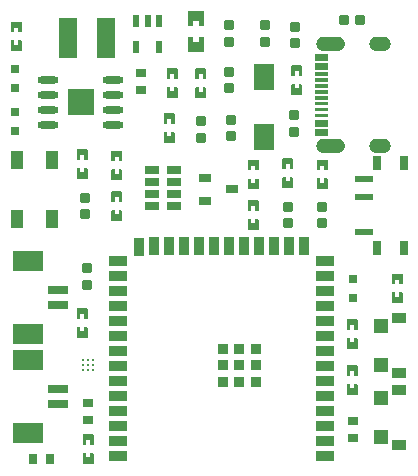
<source format=gtp>
G04 Layer: TopPasteMaskLayer*
G04 EasyEDA Pro v2.2.32.3, 2024-12-21 19:23:06*
G04 Gerber Generator version 0.3*
G04 Scale: 100 percent, Rotated: No, Reflected: No*
G04 Dimensions in millimeters*
G04 Leading zeros omitted, absolute positions, 3 integers and 5 decimals*
%FSLAX35Y35*%
%MOMM*%
%AMRoundRect*1,1,$1,$2,$3*1,1,$1,$4,$5*1,1,$1,0-$2,0-$3*1,1,$1,0-$4,0-$5*20,1,$1,$2,$3,$4,$5,0*20,1,$1,$4,$5,0-$2,0-$3,0*20,1,$1,0-$2,0-$3,0-$4,0-$5,0*20,1,$1,0-$4,0-$5,$2,$3,0*4,1,4,$2,$3,$4,$5,0-$2,0-$3,0-$4,0-$5,$2,$3,0*%
%ADD10RoundRect,0.24X-0.33X-0.28X-0.33X0.28*%
%ADD11R,0.8X0.8*%
%ADD12R,1.7X0.7*%
%ADD13R,2.49999X1.8*%
%ADD14O,1.8X0.6*%
%ADD15R,2.28999X2.28999*%
%ADD16R,0.9X0.8*%
%ADD17RoundRect,0.2463X0.33X0.28X0.33X-0.28*%
%ADD18RoundRect,0.24X0.33X0.28X0.33X-0.28*%
%ADD19RoundRect,0.24X0.28X-0.33X-0.28X-0.33*%
%ADD20R,1.6X3.49999*%
%ADD21R,0.6X1.0*%
%ADD22R,1.7X2.2*%
%ADD23R,1.0X0.8*%
%ADD24R,1.2X0.75001*%
%ADD25R,0.9X0.8*%
%ADD26R,0.8X0.9*%
%ADD27C,0.23*%
%ADD28R,1.0X1.5*%
%ADD29R,0.8X0.8*%
%ADD30R,0.7X1.2*%
%ADD31R,1.524X0.6*%
%ADD32R,1.2X0.9*%
%ADD33R,1.2X0.9*%
%ADD34R,1.3X1.2*%
%ADD35R,1.5X0.9*%
%ADD36R,0.9X1.5*%
%ADD37R,1.5X0.9*%
%ADD38R,0.9X0.9*%
G75*


G04 PolygonModel Start*
G36*
G01X4768301Y-4795398D02*
G01X4768301Y-4875398D01*
G01X4773303Y-4880399D01*
G01X4796099Y-4880399D01*
G01X4796099Y-4843399D01*
G01X4829099Y-4843399D01*
G01X4829099Y-4880399D01*
G01X4853302Y-4880399D01*
G01X4858301Y-4875398D01*
G01X4858301Y-4795398D01*
G01X4853302Y-4790399D01*
G01X4773303Y-4790399D01*
G01X4768301Y-4795398D01*
G37*
G36*
G01X4858299Y-5034402D02*
G01X4858299Y-4954402D01*
G01X4853297Y-4949401D01*
G01X4830501Y-4949401D01*
G01X4830501Y-4986401D01*
G01X4797501Y-4986401D01*
G01X4797501Y-4949401D01*
G01X4773298Y-4949401D01*
G01X4768299Y-4954402D01*
G01X4768299Y-5034402D01*
G01X4773298Y-5039401D01*
G01X4853297Y-5039401D01*
G01X4858299Y-5034402D01*
G37*
G36*
G01X4007399Y-3599302D02*
G01X4007399Y-3519302D01*
G01X4002397Y-3514301D01*
G01X3979601Y-3514301D01*
G01X3979601Y-3551301D01*
G01X3946601Y-3551301D01*
G01X3946601Y-3514301D01*
G01X3922398Y-3514301D01*
G01X3917399Y-3519302D01*
G01X3917399Y-3599302D01*
G01X3922398Y-3604301D01*
G01X4002397Y-3604301D01*
G01X4007399Y-3599302D01*
G37*
G36*
G01X3917401Y-3360298D02*
G01X3917401Y-3440298D01*
G01X3922403Y-3445299D01*
G01X3945199Y-3445299D01*
G01X3945199Y-3408299D01*
G01X3978199Y-3408299D01*
G01X3978199Y-3445299D01*
G01X4002402Y-3445299D01*
G01X4007401Y-3440298D01*
G01X4007401Y-3360298D01*
G01X4002402Y-3355299D01*
G01X3922403Y-3355299D01*
G01X3917401Y-3360298D01*
G37*
G36*
G01X4476201Y-4439798D02*
G01X4476201Y-4519798D01*
G01X4481203Y-4524799D01*
G01X4503999Y-4524799D01*
G01X4503999Y-4487799D01*
G01X4536999Y-4487799D01*
G01X4536999Y-4524799D01*
G01X4561202Y-4524799D01*
G01X4566201Y-4519798D01*
G01X4566201Y-4439798D01*
G01X4561202Y-4434799D01*
G01X4481203Y-4434799D01*
G01X4476201Y-4439798D01*
G37*
G36*
G01X4566199Y-4678802D02*
G01X4566199Y-4598802D01*
G01X4561197Y-4593801D01*
G01X4538401Y-4593801D01*
G01X4538401Y-4630801D01*
G01X4505401Y-4630801D01*
G01X4505401Y-4593801D01*
G01X4481198Y-4593801D01*
G01X4476199Y-4598802D01*
G01X4476199Y-4678802D01*
G01X4481198Y-4683801D01*
G01X4561197Y-4683801D01*
G01X4566199Y-4678802D01*
G37*
G36*
G01X5548396Y-3609203D02*
G01X5420398Y-3609203D01*
G01X5415397Y-3604202D01*
G01X5415397Y-3489201D01*
G01X5420398Y-3484202D01*
G01X5461401Y-3483699D01*
G01X5461401Y-3528700D01*
G01X5506400Y-3528700D01*
G01X5506400Y-3484700D01*
G01X5548396Y-3484202D01*
G01X5553398Y-3489201D01*
G01X5553398Y-3604202D01*
G01X5548396Y-3609203D01*
G37*
G36*
G01X5548396Y-3394202D02*
G01X5506400Y-3394199D01*
G01X5506400Y-3349701D01*
G01X5461401Y-3349701D01*
G01X5461401Y-3393699D01*
G01X5420398Y-3394202D01*
G01X5415397Y-3389201D01*
G01X5415397Y-3274202D01*
G01X5420398Y-3269201D01*
G01X5548396Y-3269201D01*
G01X5553398Y-3274202D01*
G01X5553398Y-3389201D01*
G01X5548396Y-3394202D01*
G37*
G36*
G01X5328199Y-3993002D02*
G01X5328199Y-3913002D01*
G01X5323197Y-3908001D01*
G01X5300401Y-3908001D01*
G01X5300401Y-3945001D01*
G01X5267401Y-3945001D01*
G01X5267401Y-3908001D01*
G01X5243198Y-3908001D01*
G01X5238199Y-3913002D01*
G01X5238199Y-3993002D01*
G01X5243198Y-3998001D01*
G01X5323197Y-3998001D01*
G01X5328199Y-3993002D01*
G37*
G36*
G01X5323197Y-3838001D02*
G01X5300401Y-3838001D01*
G01X5300401Y-3800003D01*
G01X5267401Y-3800003D01*
G01X5267401Y-3838001D01*
G01X5243198Y-3838001D01*
G01X5238199Y-3833002D01*
G01X5238199Y-3754003D01*
G01X5243198Y-3749002D01*
G01X5323197Y-3749002D01*
G01X5328199Y-3754003D01*
G01X5328199Y-3833002D01*
G01X5323197Y-3838001D01*
G37*
G36*
G01X6382299Y-3967602D02*
G01X6382299Y-3887602D01*
G01X6377297Y-3882601D01*
G01X6354501Y-3882601D01*
G01X6354501Y-3919601D01*
G01X6321501Y-3919601D01*
G01X6321501Y-3882601D01*
G01X6297298Y-3882601D01*
G01X6292299Y-3887602D01*
G01X6292299Y-3967602D01*
G01X6297298Y-3972601D01*
G01X6377297Y-3972601D01*
G01X6382299Y-3967602D01*
G37*
G36*
G01X6377297Y-3812601D02*
G01X6354501Y-3812601D01*
G01X6354501Y-3774603D01*
G01X6321501Y-3774603D01*
G01X6321501Y-3812601D01*
G01X6297298Y-3812601D01*
G01X6292299Y-3807602D01*
G01X6292299Y-3728603D01*
G01X6297298Y-3723602D01*
G01X6377297Y-3723602D01*
G01X6382299Y-3728603D01*
G01X6382299Y-3807602D01*
G01X6377297Y-3812601D01*
G37*
G36*
G01X5479501Y-3753998D02*
G01X5479501Y-3833998D01*
G01X5484503Y-3838999D01*
G01X5507299Y-3838999D01*
G01X5507299Y-3801999D01*
G01X5540299Y-3801999D01*
G01X5540299Y-3838999D01*
G01X5564502Y-3838999D01*
G01X5569501Y-3833998D01*
G01X5569501Y-3753998D01*
G01X5564502Y-3748999D01*
G01X5484503Y-3748999D01*
G01X5479501Y-3753998D01*
G37*
G36*
G01X5484503Y-3908999D02*
G01X5507299Y-3908999D01*
G01X5507299Y-3946997D01*
G01X5540299Y-3946997D01*
G01X5540299Y-3908999D01*
G01X5564502Y-3908999D01*
G01X5569501Y-3913998D01*
G01X5569501Y-3992997D01*
G01X5564502Y-3997998D01*
G01X5484503Y-3997998D01*
G01X5479501Y-3992997D01*
G01X5479501Y-3913998D01*
G01X5484503Y-3908999D01*
G37*
G36*
G01X4768301Y-4452498D02*
G01X4768301Y-4532498D01*
G01X4773303Y-4537499D01*
G01X4796099Y-4537499D01*
G01X4796099Y-4500499D01*
G01X4829099Y-4500499D01*
G01X4829099Y-4537499D01*
G01X4853302Y-4537499D01*
G01X4858301Y-4532498D01*
G01X4858301Y-4452498D01*
G01X4853302Y-4447499D01*
G01X4773303Y-4447499D01*
G01X4768301Y-4452498D01*
G37*
G36*
G01X4858299Y-4691502D02*
G01X4858299Y-4611502D01*
G01X4853297Y-4606501D01*
G01X4830501Y-4606501D01*
G01X4830501Y-4643501D01*
G01X4797501Y-4643501D01*
G01X4797501Y-4606501D01*
G01X4773298Y-4606501D01*
G01X4768299Y-4611502D01*
G01X4768299Y-4691502D01*
G01X4773298Y-4696501D01*
G01X4853297Y-4696501D01*
G01X4858299Y-4691502D01*
G37*
G36*
G01X4527001Y-6852798D02*
G01X4527001Y-6932798D01*
G01X4532003Y-6937799D01*
G01X4554799Y-6937799D01*
G01X4554799Y-6900799D01*
G01X4587799Y-6900799D01*
G01X4587799Y-6937799D01*
G01X4612002Y-6937799D01*
G01X4617001Y-6932798D01*
G01X4617001Y-6852798D01*
G01X4612002Y-6847799D01*
G01X4532003Y-6847799D01*
G01X4527001Y-6852798D01*
G37*
G36*
G01X4616999Y-7091802D02*
G01X4616999Y-7011802D01*
G01X4611997Y-7006801D01*
G01X4589201Y-7006801D01*
G01X4589201Y-7043801D01*
G01X4556201Y-7043801D01*
G01X4556201Y-7006801D01*
G01X4531998Y-7006801D01*
G01X4526999Y-7011802D01*
G01X4526999Y-7091802D01*
G01X4531998Y-7096801D01*
G01X4611997Y-7096801D01*
G01X4616999Y-7091802D01*
G37*
G36*
G01X6013999Y-5110602D02*
G01X6013999Y-5030602D01*
G01X6008997Y-5025601D01*
G01X5986201Y-5025601D01*
G01X5986201Y-5062601D01*
G01X5953201Y-5062601D01*
G01X5953201Y-5025601D01*
G01X5928998Y-5025601D01*
G01X5923999Y-5030602D01*
G01X5923999Y-5110602D01*
G01X5928998Y-5115601D01*
G01X6008997Y-5115601D01*
G01X6013999Y-5110602D01*
G37*
G36*
G01X5924001Y-4871598D02*
G01X5924001Y-4951598D01*
G01X5929003Y-4956599D01*
G01X5951799Y-4956599D01*
G01X5951799Y-4919599D01*
G01X5984799Y-4919599D01*
G01X5984799Y-4956599D01*
G01X6009002Y-4956599D01*
G01X6014001Y-4951598D01*
G01X6014001Y-4871598D01*
G01X6009002Y-4866599D01*
G01X5929003Y-4866599D01*
G01X5924001Y-4871598D01*
G37*
G36*
G01X5924001Y-4528698D02*
G01X5924001Y-4608698D01*
G01X5929003Y-4613699D01*
G01X5951799Y-4613699D01*
G01X5951799Y-4576699D01*
G01X5984799Y-4576699D01*
G01X5984799Y-4613699D01*
G01X6009002Y-4613699D01*
G01X6014001Y-4608698D01*
G01X6014001Y-4528698D01*
G01X6009002Y-4523699D01*
G01X5929003Y-4523699D01*
G01X5924001Y-4528698D01*
G37*
G36*
G01X5929003Y-4683699D02*
G01X5951799Y-4683699D01*
G01X5951799Y-4721697D01*
G01X5984799Y-4721697D01*
G01X5984799Y-4683699D01*
G01X6009002Y-4683699D01*
G01X6014001Y-4688698D01*
G01X6014001Y-4767697D01*
G01X6009002Y-4772698D01*
G01X5929003Y-4772698D01*
G01X5924001Y-4767697D01*
G01X5924001Y-4688698D01*
G01X5929003Y-4683699D01*
G37*
G36*
G01X5302799Y-4374002D02*
G01X5302799Y-4294002D01*
G01X5297797Y-4289001D01*
G01X5275001Y-4289001D01*
G01X5275001Y-4326001D01*
G01X5242001Y-4326001D01*
G01X5242001Y-4289001D01*
G01X5217798Y-4289001D01*
G01X5212799Y-4294002D01*
G01X5212799Y-4374002D01*
G01X5217798Y-4379001D01*
G01X5297797Y-4379001D01*
G01X5302799Y-4374002D01*
G37*
G36*
G01X5297797Y-4219001D02*
G01X5275001Y-4219001D01*
G01X5275001Y-4181003D01*
G01X5242001Y-4181003D01*
G01X5242001Y-4219001D01*
G01X5217798Y-4219001D01*
G01X5212799Y-4214002D01*
G01X5212799Y-4135003D01*
G01X5217798Y-4130002D01*
G01X5297797Y-4130002D01*
G01X5302799Y-4135003D01*
G01X5302799Y-4214002D01*
G01X5297797Y-4219001D01*
G37*
G36*
G01X4566199Y-6025002D02*
G01X4566199Y-5945002D01*
G01X4561197Y-5940001D01*
G01X4538401Y-5940001D01*
G01X4538401Y-5977001D01*
G01X4505401Y-5977001D01*
G01X4505401Y-5940001D01*
G01X4481198Y-5940001D01*
G01X4476199Y-5945002D01*
G01X4476199Y-6025002D01*
G01X4481198Y-6030001D01*
G01X4561197Y-6030001D01*
G01X4566199Y-6025002D01*
G37*
G36*
G01X4561197Y-5870001D02*
G01X4538401Y-5870001D01*
G01X4538401Y-5832003D01*
G01X4505401Y-5832003D01*
G01X4505401Y-5870001D01*
G01X4481198Y-5870001D01*
G01X4476199Y-5865002D01*
G01X4476199Y-5786003D01*
G01X4481198Y-5781002D01*
G01X4561197Y-5781002D01*
G01X4566199Y-5786003D01*
G01X4566199Y-5865002D01*
G01X4561197Y-5870001D01*
G37*
G36*
G01X6216101Y-4515998D02*
G01X6216101Y-4595998D01*
G01X6221103Y-4600999D01*
G01X6243899Y-4600999D01*
G01X6243899Y-4563999D01*
G01X6276899Y-4563999D01*
G01X6276899Y-4600999D01*
G01X6301102Y-4600999D01*
G01X6306101Y-4595998D01*
G01X6306101Y-4515998D01*
G01X6301102Y-4510999D01*
G01X6221103Y-4510999D01*
G01X6216101Y-4515998D01*
G37*
G36*
G01X6306099Y-4755002D02*
G01X6306099Y-4675002D01*
G01X6301097Y-4670001D01*
G01X6278301Y-4670001D01*
G01X6278301Y-4707001D01*
G01X6245301Y-4707001D01*
G01X6245301Y-4670001D01*
G01X6221098Y-4670001D01*
G01X6216099Y-4675002D01*
G01X6216099Y-4755002D01*
G01X6221098Y-4760001D01*
G01X6301097Y-4760001D01*
G01X6306099Y-4755002D01*
G37*
G36*
G01X6508201Y-4528698D02*
G01X6508201Y-4608698D01*
G01X6513203Y-4613699D01*
G01X6535999Y-4613699D01*
G01X6535999Y-4576699D01*
G01X6568999Y-4576699D01*
G01X6568999Y-4613699D01*
G01X6593202Y-4613699D01*
G01X6598201Y-4608698D01*
G01X6598201Y-4528698D01*
G01X6593202Y-4523699D01*
G01X6513203Y-4523699D01*
G01X6508201Y-4528698D01*
G37*
G36*
G01X6598199Y-4767702D02*
G01X6598199Y-4687702D01*
G01X6593197Y-4682701D01*
G01X6570401Y-4682701D01*
G01X6570401Y-4719701D01*
G01X6537401Y-4719701D01*
G01X6537401Y-4682701D01*
G01X6513198Y-4682701D01*
G01X6508199Y-4687702D01*
G01X6508199Y-4767702D01*
G01X6513198Y-4772701D01*
G01X6593197Y-4772701D01*
G01X6598199Y-4767702D01*
G37*
G36*
G01X6604003Y-3625099D02*
G01X6490002Y-3625099D01*
G01X6490002Y-3655097D01*
G01X6490002Y-3655098D01*
G01X6490002Y-3685097D01*
G01X6604003Y-3685097D01*
G01X6604003Y-3655098D01*
G01X6604003Y-3655097D01*
G01X6604003Y-3625099D01*
G37*
G36*
G01X6490002Y-4165106D02*
G01X6604003Y-4165106D01*
G01X6604003Y-4135106D01*
G01X6490002Y-4135106D01*
G01X6490002Y-4165106D01*
G37*
G36*
G01X6490002Y-3915094D02*
G01X6604003Y-3915094D01*
G01X6604003Y-3885093D01*
G01X6490002Y-3885093D01*
G01X6490002Y-3915094D01*
G37*
G36*
G01X6604003Y-3985094D02*
G01X6490002Y-3985094D01*
G01X6490002Y-4015094D01*
G01X6604003Y-4015094D01*
G01X6604003Y-3985094D01*
G37*
G36*
G01X6490002Y-4115093D02*
G01X6604003Y-4115093D01*
G01X6604003Y-4085093D01*
G01X6490002Y-4085093D01*
G01X6490002Y-4115093D01*
G37*
G36*
G01X6490002Y-3865132D02*
G01X6604003Y-3865132D01*
G01X6604003Y-3835132D01*
G01X6490002Y-3835132D01*
G01X6490002Y-3865132D01*
G37*
G36*
G01X6604003Y-3705109D02*
G01X6490002Y-3705109D01*
G01X6490002Y-3735107D01*
G01X6490002Y-3735109D01*
G01X6490002Y-3765107D01*
G01X6604003Y-3765107D01*
G01X6604003Y-3735109D01*
G01X6604003Y-3735107D01*
G01X6604003Y-3705109D01*
G37*
G36*
G01X6490002Y-3815093D02*
G01X6604003Y-3815093D01*
G01X6604003Y-3785094D01*
G01X6490002Y-3785094D01*
G01X6490002Y-3815093D01*
G37*
G36*
G01X6604130Y-3935106D02*
G01X6490130Y-3935106D01*
G01X6490130Y-3965105D01*
G01X6604130Y-3965105D01*
G01X6604130Y-3935106D01*
G37*
G36*
G01X6490130Y-4065106D02*
G01X6604130Y-4065106D01*
G01X6604130Y-4035105D01*
G01X6490130Y-4035105D01*
G01X6490130Y-4065106D01*
G37*
G36*
G01X6490130Y-4325101D02*
G01X6604130Y-4325101D01*
G01X6604130Y-4295103D01*
G01X6604130Y-4295101D01*
G01X6604130Y-4265103D01*
G01X6490130Y-4265103D01*
G01X6490130Y-4295101D01*
G01X6490130Y-4295103D01*
G01X6490130Y-4325101D01*
G37*
G36*
G01X6504008Y-3544593D02*
G01X6504158Y-3547580D01*
G01X6504455Y-3550557D01*
G01X6504902Y-3553516D01*
G01X6505494Y-3556447D01*
G01X6506233Y-3559348D01*
G01X6507114Y-3562205D01*
G01X6508138Y-3565017D01*
G01X6509299Y-3567773D01*
G01X6510597Y-3570470D01*
G01X6512029Y-3573097D01*
G01X6513589Y-3575649D01*
G01X6515273Y-3578121D01*
G01X6517081Y-3580506D01*
G01X6519004Y-3582797D01*
G01X6521039Y-3584992D01*
G01X6523180Y-3587079D01*
G01X6525423Y-3589061D01*
G01X6527762Y-3590925D01*
G01X6530190Y-3592670D01*
G01X6532705Y-3594293D01*
G01X6535296Y-3595789D01*
G01X6537957Y-3597156D01*
G01X6540683Y-3598385D01*
G01X6543469Y-3599477D01*
G01X6546304Y-3600432D01*
G01X6549184Y-3601242D01*
G01X6552100Y-3601908D01*
G01X6555047Y-3602426D01*
G01X6558016Y-3602799D01*
G01X6561000Y-3603023D01*
G01X6563990Y-3603097D01*
G01X6683990Y-3603097D01*
G01X6686979Y-3603023D01*
G01X6689964Y-3602799D01*
G01X6692933Y-3602426D01*
G01X6695879Y-3601908D01*
G01X6698795Y-3601242D01*
G01X6701676Y-3600432D01*
G01X6704510Y-3599477D01*
G01X6707297Y-3598385D01*
G01X6710022Y-3597156D01*
G01X6712684Y-3595789D01*
G01X6715275Y-3594293D01*
G01X6717789Y-3592670D01*
G01X6720218Y-3590925D01*
G01X6722557Y-3589061D01*
G01X6724800Y-3587079D01*
G01X6726941Y-3584992D01*
G01X6728976Y-3582797D01*
G01X6730898Y-3580506D01*
G01X6732707Y-3578121D01*
G01X6734391Y-3575649D01*
G01X6735950Y-3573097D01*
G01X6737383Y-3570470D01*
G01X6738681Y-3567773D01*
G01X6739842Y-3565017D01*
G01X6740865Y-3562205D01*
G01X6741747Y-3559348D01*
G01X6742486Y-3556447D01*
G01X6743078Y-3553516D01*
G01X6743525Y-3550557D01*
G01X6743822Y-3547580D01*
G01X6743972Y-3544593D01*
G01X6743972Y-3541601D01*
G01X6743822Y-3538614D01*
G01X6743525Y-3535637D01*
G01X6743078Y-3532678D01*
G01X6742486Y-3529747D01*
G01X6741747Y-3526846D01*
G01X6740865Y-3523988D01*
G01X6739842Y-3521177D01*
G01X6738681Y-3518421D01*
G01X6737383Y-3515723D01*
G01X6735950Y-3513097D01*
G01X6734391Y-3510544D01*
G01X6732707Y-3508073D01*
G01X6730898Y-3505688D01*
G01X6728976Y-3503397D01*
G01X6726941Y-3501202D01*
G01X6724800Y-3499114D01*
G01X6722557Y-3497133D01*
G01X6720218Y-3495269D01*
G01X6717789Y-3493524D01*
G01X6715275Y-3491901D01*
G01X6712684Y-3490404D01*
G01X6710022Y-3489038D01*
G01X6707297Y-3487809D01*
G01X6704510Y-3486716D01*
G01X6701676Y-3485761D01*
G01X6698795Y-3484951D01*
G01X6695879Y-3484286D01*
G01X6692933Y-3483767D01*
G01X6689964Y-3483394D01*
G01X6686979Y-3483171D01*
G01X6683990Y-3483097D01*
G01X6563990Y-3483097D01*
G01X6561000Y-3483171D01*
G01X6558016Y-3483394D01*
G01X6555047Y-3483767D01*
G01X6552100Y-3484286D01*
G01X6549184Y-3484951D01*
G01X6546304Y-3485761D01*
G01X6543469Y-3486716D01*
G01X6540683Y-3487809D01*
G01X6537957Y-3489038D01*
G01X6535296Y-3490404D01*
G01X6532705Y-3491901D01*
G01X6530190Y-3493524D01*
G01X6527762Y-3495269D01*
G01X6525423Y-3497133D01*
G01X6523180Y-3499114D01*
G01X6521039Y-3501202D01*
G01X6519004Y-3503397D01*
G01X6517081Y-3505688D01*
G01X6515273Y-3508073D01*
G01X6513589Y-3510544D01*
G01X6512029Y-3513097D01*
G01X6510597Y-3515723D01*
G01X6509299Y-3518421D01*
G01X6508138Y-3521177D01*
G01X6507114Y-3523988D01*
G01X6506233Y-3526846D01*
G01X6505494Y-3529747D01*
G01X6504902Y-3532678D01*
G01X6504455Y-3535637D01*
G01X6504158Y-3538614D01*
G01X6504008Y-3541601D01*
G01X6504008Y-3544593D01*
G37*
G36*
G01X6504158Y-4402595D02*
G01X6504008Y-4405582D01*
G01X6504008Y-4408574D01*
G01X6504158Y-4411561D01*
G01X6504455Y-4414538D01*
G01X6504902Y-4417497D01*
G01X6505494Y-4420428D01*
G01X6506233Y-4423329D01*
G01X6507114Y-4426186D01*
G01X6508138Y-4428998D01*
G01X6509299Y-4431754D01*
G01X6510597Y-4434451D01*
G01X6512029Y-4437078D01*
G01X6513589Y-4439630D01*
G01X6515273Y-4442102D01*
G01X6517081Y-4444487D01*
G01X6519004Y-4446778D01*
G01X6521039Y-4448973D01*
G01X6523180Y-4451060D01*
G01X6525423Y-4453042D01*
G01X6527762Y-4454906D01*
G01X6530190Y-4456651D01*
G01X6532705Y-4458274D01*
G01X6535296Y-4459770D01*
G01X6537957Y-4461137D01*
G01X6540683Y-4462366D01*
G01X6543469Y-4463458D01*
G01X6546304Y-4464413D01*
G01X6549184Y-4465223D01*
G01X6552100Y-4465889D01*
G01X6555047Y-4466407D01*
G01X6558016Y-4466780D01*
G01X6561000Y-4467004D01*
G01X6563990Y-4467078D01*
G01X6683990Y-4467078D01*
G01X6686979Y-4467004D01*
G01X6689964Y-4466780D01*
G01X6692933Y-4466407D01*
G01X6695879Y-4465889D01*
G01X6698795Y-4465223D01*
G01X6701676Y-4464413D01*
G01X6704510Y-4463458D01*
G01X6707297Y-4462366D01*
G01X6710022Y-4461137D01*
G01X6712684Y-4459770D01*
G01X6715275Y-4458274D01*
G01X6717789Y-4456651D01*
G01X6720218Y-4454906D01*
G01X6722557Y-4453042D01*
G01X6724800Y-4451060D01*
G01X6726941Y-4448973D01*
G01X6728976Y-4446778D01*
G01X6730898Y-4444487D01*
G01X6732707Y-4442102D01*
G01X6734391Y-4439630D01*
G01X6735950Y-4437078D01*
G01X6737383Y-4434451D01*
G01X6738681Y-4431754D01*
G01X6739842Y-4428998D01*
G01X6740865Y-4426186D01*
G01X6741747Y-4423329D01*
G01X6742486Y-4420428D01*
G01X6743078Y-4417497D01*
G01X6743525Y-4414538D01*
G01X6743822Y-4411561D01*
G01X6743972Y-4408574D01*
G01X6743972Y-4405582D01*
G01X6743822Y-4402595D01*
G01X6743525Y-4399618D01*
G01X6743078Y-4396659D01*
G01X6742486Y-4393728D01*
G01X6741747Y-4390827D01*
G01X6740865Y-4387969D01*
G01X6739842Y-4385158D01*
G01X6738681Y-4382402D01*
G01X6737383Y-4379704D01*
G01X6735950Y-4377078D01*
G01X6734391Y-4374525D01*
G01X6732707Y-4372054D01*
G01X6730898Y-4369669D01*
G01X6728976Y-4367378D01*
G01X6726941Y-4365183D01*
G01X6724800Y-4363095D01*
G01X6722557Y-4361114D01*
G01X6720218Y-4359250D01*
G01X6717789Y-4357505D01*
G01X6715275Y-4355882D01*
G01X6712684Y-4354385D01*
G01X6710022Y-4353019D01*
G01X6707297Y-4351790D01*
G01X6704510Y-4350697D01*
G01X6701676Y-4349742D01*
G01X6698795Y-4348932D01*
G01X6695879Y-4348267D01*
G01X6692933Y-4347748D01*
G01X6689964Y-4347375D01*
G01X6686979Y-4347152D01*
G01X6683990Y-4347078D01*
G01X6563990Y-4347078D01*
G01X6561000Y-4347152D01*
G01X6558016Y-4347375D01*
G01X6555047Y-4347748D01*
G01X6552100Y-4348267D01*
G01X6549184Y-4348932D01*
G01X6546304Y-4349742D01*
G01X6543469Y-4350697D01*
G01X6540683Y-4351790D01*
G01X6537957Y-4353019D01*
G01X6535296Y-4354385D01*
G01X6532705Y-4355882D01*
G01X6530190Y-4357505D01*
G01X6527762Y-4359250D01*
G01X6525423Y-4361114D01*
G01X6523180Y-4363095D01*
G01X6521039Y-4365183D01*
G01X6519004Y-4367378D01*
G01X6517081Y-4369669D01*
G01X6515273Y-4372054D01*
G01X6513589Y-4374525D01*
G01X6512029Y-4377078D01*
G01X6510597Y-4379704D01*
G01X6509299Y-4382402D01*
G01X6508138Y-4385158D01*
G01X6507114Y-4387969D01*
G01X6506233Y-4390827D01*
G01X6505494Y-4393728D01*
G01X6504902Y-4396659D01*
G01X6504455Y-4399618D01*
G01X6504158Y-4402595D01*
G37*
G36*
G01X6952165Y-3538614D02*
G01X6952016Y-3541601D01*
G01X6952016Y-3544593D01*
G01X6952165Y-3547580D01*
G01X6952463Y-3550557D01*
G01X6952910Y-3553516D01*
G01X6953501Y-3556447D01*
G01X6954241Y-3559348D01*
G01X6955122Y-3562205D01*
G01X6956146Y-3565017D01*
G01X6957306Y-3567773D01*
G01X6958604Y-3570470D01*
G01X6960037Y-3573097D01*
G01X6961596Y-3575649D01*
G01X6963280Y-3578121D01*
G01X6965089Y-3580506D01*
G01X6967012Y-3582797D01*
G01X6969046Y-3584992D01*
G01X6971187Y-3587079D01*
G01X6973430Y-3589061D01*
G01X6975770Y-3590925D01*
G01X6978198Y-3592670D01*
G01X6980712Y-3594293D01*
G01X6983303Y-3595789D01*
G01X6985965Y-3597156D01*
G01X6988691Y-3598385D01*
G01X6991477Y-3599477D01*
G01X6994312Y-3600432D01*
G01X6997192Y-3601242D01*
G01X7000108Y-3601908D01*
G01X7003054Y-3602426D01*
G01X7006024Y-3602799D01*
G01X7009008Y-3603023D01*
G01X7011998Y-3603097D01*
G01X7071998Y-3603097D01*
G01X7074987Y-3603023D01*
G01X7077972Y-3602799D01*
G01X7080941Y-3602426D01*
G01X7083887Y-3601908D01*
G01X7086803Y-3601242D01*
G01X7089684Y-3600432D01*
G01X7092518Y-3599477D01*
G01X7095305Y-3598385D01*
G01X7098030Y-3597156D01*
G01X7100692Y-3595789D01*
G01X7103283Y-3594293D01*
G01X7105797Y-3592670D01*
G01X7108226Y-3590925D01*
G01X7110565Y-3589061D01*
G01X7112808Y-3587079D01*
G01X7114949Y-3584992D01*
G01X7116983Y-3582797D01*
G01X7118906Y-3580506D01*
G01X7120715Y-3578121D01*
G01X7122399Y-3575649D01*
G01X7123958Y-3573097D01*
G01X7125391Y-3570470D01*
G01X7126689Y-3567773D01*
G01X7127850Y-3565017D01*
G01X7128873Y-3562205D01*
G01X7129755Y-3559348D01*
G01X7130494Y-3556447D01*
G01X7131086Y-3553516D01*
G01X7131533Y-3550557D01*
G01X7131830Y-3547580D01*
G01X7131980Y-3544593D01*
G01X7131980Y-3541601D01*
G01X7131830Y-3538614D01*
G01X7131533Y-3535637D01*
G01X7131086Y-3532678D01*
G01X7130494Y-3529747D01*
G01X7129755Y-3526846D01*
G01X7128873Y-3523988D01*
G01X7127850Y-3521177D01*
G01X7126689Y-3518421D01*
G01X7125391Y-3515723D01*
G01X7123958Y-3513097D01*
G01X7122399Y-3510544D01*
G01X7120715Y-3508073D01*
G01X7118906Y-3505688D01*
G01X7116983Y-3503397D01*
G01X7114949Y-3501202D01*
G01X7112808Y-3499114D01*
G01X7110565Y-3497133D01*
G01X7108226Y-3495269D01*
G01X7105797Y-3493524D01*
G01X7103283Y-3491901D01*
G01X7100692Y-3490404D01*
G01X7098030Y-3489038D01*
G01X7095305Y-3487809D01*
G01X7092518Y-3486716D01*
G01X7089684Y-3485761D01*
G01X7086803Y-3484951D01*
G01X7083887Y-3484286D01*
G01X7080941Y-3483767D01*
G01X7077972Y-3483394D01*
G01X7074987Y-3483171D01*
G01X7071998Y-3483097D01*
G01X7011998Y-3483097D01*
G01X7009008Y-3483171D01*
G01X7006024Y-3483394D01*
G01X7003054Y-3483767D01*
G01X7000108Y-3484286D01*
G01X6997192Y-3484951D01*
G01X6994312Y-3485761D01*
G01X6991477Y-3486716D01*
G01X6988691Y-3487809D01*
G01X6985965Y-3489038D01*
G01X6983303Y-3490404D01*
G01X6980712Y-3491901D01*
G01X6978198Y-3493524D01*
G01X6975770Y-3495269D01*
G01X6973430Y-3497133D01*
G01X6971187Y-3499114D01*
G01X6969046Y-3501202D01*
G01X6967012Y-3503397D01*
G01X6965089Y-3505688D01*
G01X6963280Y-3508073D01*
G01X6961596Y-3510544D01*
G01X6960037Y-3513097D01*
G01X6958604Y-3515723D01*
G01X6957306Y-3518421D01*
G01X6956146Y-3521177D01*
G01X6955122Y-3523988D01*
G01X6954241Y-3526846D01*
G01X6953501Y-3529747D01*
G01X6952910Y-3532678D01*
G01X6952463Y-3535637D01*
G01X6952165Y-3538614D01*
G37*
G36*
G01X6952165Y-4402620D02*
G01X6952016Y-4405607D01*
G01X6952016Y-4408599D01*
G01X6952165Y-4411586D01*
G01X6952463Y-4414563D01*
G01X6952910Y-4417522D01*
G01X6953501Y-4420453D01*
G01X6954241Y-4423354D01*
G01X6955122Y-4426212D01*
G01X6956146Y-4429023D01*
G01X6957306Y-4431779D01*
G01X6958604Y-4434477D01*
G01X6960037Y-4437103D01*
G01X6961596Y-4439656D01*
G01X6963280Y-4442127D01*
G01X6965089Y-4444512D01*
G01X6967012Y-4446803D01*
G01X6969046Y-4448998D01*
G01X6971187Y-4451086D01*
G01X6973430Y-4453067D01*
G01X6975770Y-4454931D01*
G01X6978198Y-4456676D01*
G01X6980712Y-4458299D01*
G01X6983303Y-4459795D01*
G01X6985965Y-4461162D01*
G01X6988691Y-4462391D01*
G01X6991477Y-4463484D01*
G01X6994312Y-4464439D01*
G01X6997192Y-4465249D01*
G01X7000108Y-4465914D01*
G01X7003054Y-4466433D01*
G01X7006024Y-4466806D01*
G01X7009008Y-4467029D01*
G01X7011998Y-4467103D01*
G01X7071998Y-4467103D01*
G01X7074987Y-4467029D01*
G01X7077972Y-4466806D01*
G01X7080941Y-4466433D01*
G01X7083887Y-4465914D01*
G01X7086803Y-4465249D01*
G01X7089684Y-4464439D01*
G01X7092518Y-4463484D01*
G01X7095305Y-4462391D01*
G01X7098030Y-4461162D01*
G01X7100692Y-4459795D01*
G01X7103283Y-4458299D01*
G01X7105797Y-4456676D01*
G01X7108226Y-4454931D01*
G01X7110565Y-4453067D01*
G01X7112808Y-4451086D01*
G01X7114949Y-4448998D01*
G01X7116983Y-4446803D01*
G01X7118906Y-4444512D01*
G01X7120715Y-4442127D01*
G01X7122399Y-4439656D01*
G01X7123958Y-4437103D01*
G01X7125391Y-4434477D01*
G01X7126689Y-4431779D01*
G01X7127850Y-4429023D01*
G01X7128873Y-4426212D01*
G01X7129755Y-4423354D01*
G01X7130494Y-4420453D01*
G01X7131086Y-4417522D01*
G01X7131533Y-4414563D01*
G01X7131830Y-4411586D01*
G01X7131980Y-4408599D01*
G01X7131980Y-4405607D01*
G01X7131830Y-4402620D01*
G01X7131533Y-4399643D01*
G01X7131086Y-4396684D01*
G01X7130494Y-4393753D01*
G01X7129755Y-4390852D01*
G01X7128873Y-4387995D01*
G01X7127850Y-4385183D01*
G01X7126689Y-4382427D01*
G01X7125391Y-4379730D01*
G01X7123958Y-4377103D01*
G01X7122399Y-4374551D01*
G01X7120715Y-4372079D01*
G01X7118906Y-4369694D01*
G01X7116983Y-4367403D01*
G01X7114949Y-4365208D01*
G01X7112808Y-4363121D01*
G01X7110565Y-4361139D01*
G01X7108226Y-4359275D01*
G01X7105797Y-4357530D01*
G01X7103283Y-4355907D01*
G01X7100692Y-4354411D01*
G01X7098030Y-4353044D01*
G01X7095305Y-4351815D01*
G01X7092518Y-4350723D01*
G01X7089684Y-4349768D01*
G01X7086803Y-4348958D01*
G01X7083887Y-4348292D01*
G01X7080941Y-4347774D01*
G01X7077972Y-4347400D01*
G01X7074987Y-4347177D01*
G01X7071998Y-4347103D01*
G01X7011998Y-4347103D01*
G01X7009008Y-4347177D01*
G01X7006024Y-4347400D01*
G01X7003054Y-4347774D01*
G01X7000108Y-4348292D01*
G01X6997192Y-4348958D01*
G01X6994312Y-4349768D01*
G01X6991477Y-4350723D01*
G01X6988691Y-4351815D01*
G01X6985965Y-4353044D01*
G01X6983303Y-4354411D01*
G01X6980712Y-4355907D01*
G01X6978198Y-4357530D01*
G01X6975770Y-4359275D01*
G01X6973430Y-4361139D01*
G01X6971187Y-4363121D01*
G01X6969046Y-4365208D01*
G01X6967012Y-4367403D01*
G01X6965089Y-4369694D01*
G01X6963280Y-4372079D01*
G01X6961596Y-4374551D01*
G01X6960037Y-4377103D01*
G01X6958604Y-4379730D01*
G01X6957306Y-4382427D01*
G01X6956146Y-4385183D01*
G01X6955122Y-4387995D01*
G01X6954241Y-4390852D01*
G01X6953501Y-4393753D01*
G01X6952910Y-4396684D01*
G01X6952463Y-4399643D01*
G01X6952165Y-4402620D01*
G37*
G36*
G01X6490409Y-4245115D02*
G01X6604409Y-4245115D01*
G01X6604409Y-4215117D01*
G01X6604409Y-4215115D01*
G01X6604409Y-4185117D01*
G01X6490409Y-4185117D01*
G01X6490409Y-4215115D01*
G01X6490409Y-4215117D01*
G01X6490409Y-4245115D01*
G37*
G36*
G01X6762201Y-6268327D02*
G01X6762201Y-6348327D01*
G01X6767203Y-6353328D01*
G01X6789999Y-6353328D01*
G01X6789999Y-6316328D01*
G01X6822999Y-6316328D01*
G01X6822999Y-6353328D01*
G01X6847202Y-6353328D01*
G01X6852201Y-6348327D01*
G01X6852201Y-6268327D01*
G01X6847202Y-6263328D01*
G01X6767203Y-6263328D01*
G01X6762201Y-6268327D01*
G37*
G36*
G01X6767203Y-6423328D02*
G01X6789999Y-6423328D01*
G01X6789999Y-6461326D01*
G01X6822999Y-6461326D01*
G01X6822999Y-6423328D01*
G01X6847202Y-6423328D01*
G01X6852201Y-6428327D01*
G01X6852201Y-6507326D01*
G01X6847202Y-6512327D01*
G01X6767203Y-6512327D01*
G01X6762201Y-6507326D01*
G01X6762201Y-6428327D01*
G01X6767203Y-6423328D01*
G37*
G36*
G01X6762201Y-5879929D02*
G01X6762201Y-5959929D01*
G01X6767203Y-5964930D01*
G01X6789999Y-5964930D01*
G01X6789999Y-5927930D01*
G01X6822999Y-5927930D01*
G01X6822999Y-5964930D01*
G01X6847202Y-5964930D01*
G01X6852201Y-5959929D01*
G01X6852201Y-5879929D01*
G01X6847202Y-5874930D01*
G01X6767203Y-5874930D01*
G01X6762201Y-5879929D01*
G37*
G36*
G01X6852199Y-6118933D02*
G01X6852199Y-6038933D01*
G01X6847197Y-6033932D01*
G01X6824401Y-6033932D01*
G01X6824401Y-6070932D01*
G01X6791401Y-6070932D01*
G01X6791401Y-6033932D01*
G01X6767198Y-6033932D01*
G01X6762199Y-6038933D01*
G01X6762199Y-6118933D01*
G01X6767198Y-6123932D01*
G01X6847197Y-6123932D01*
G01X6852199Y-6118933D01*
G37*
G36*
G01X7233199Y-5732902D02*
G01X7233199Y-5652902D01*
G01X7228197Y-5647901D01*
G01X7205401Y-5647901D01*
G01X7205401Y-5684901D01*
G01X7172401Y-5684901D01*
G01X7172401Y-5647901D01*
G01X7148198Y-5647901D01*
G01X7143199Y-5652902D01*
G01X7143199Y-5732902D01*
G01X7148198Y-5737901D01*
G01X7228197Y-5737901D01*
G01X7233199Y-5732902D01*
G37*
G36*
G01X7228197Y-5577901D02*
G01X7205401Y-5577901D01*
G01X7205401Y-5539903D01*
G01X7172401Y-5539903D01*
G01X7172401Y-5577901D01*
G01X7148198Y-5577901D01*
G01X7143199Y-5572902D01*
G01X7143199Y-5493903D01*
G01X7148198Y-5488902D01*
G01X7228197Y-5488902D01*
G01X7233199Y-5493903D01*
G01X7233199Y-5572902D01*
G01X7228197Y-5577901D01*
G37*

G04 Pad Start*
G54D10*
G01X4546600Y-4844898D03*
G01X4546600Y-4984902D03*
G01X5524500Y-4197198D03*
G01X5524500Y-4337202D03*
G54D11*
G01X3949713Y-4283646D03*
G01X3949687Y-4123753D03*
G01X3949362Y-3755453D03*
G01X3950048Y-3915346D03*
G54D12*
G01X4316006Y-5627103D03*
G01X4316006Y-5752097D03*
G54D13*
G01X4065994Y-5382095D03*
G01X4065994Y-5997105D03*
G54D14*
G01X4231259Y-3848100D03*
G01X4231259Y-3975100D03*
G01X4231259Y-4102100D03*
G01X4231259Y-4229100D03*
G01X4785741Y-3848100D03*
G01X4785741Y-3975100D03*
G01X4785741Y-4102100D03*
G01X4785741Y-4229100D03*
G54D15*
G01X4508500Y-4038600D03*
G54D16*
G01X5016500Y-3790798D03*
G01X5016500Y-3930802D03*
G54D18*
G01X6070600Y-3524402D03*
G01X6070600Y-3384398D03*
G01X6324600Y-3537102D03*
G01X6324600Y-3397098D03*
G54D10*
G01X5765800Y-3778098D03*
G01X5765800Y-3918102D03*
G54D19*
G01X6737198Y-3340100D03*
G01X6877202Y-3340100D03*
G54D20*
G01X4399305Y-3492500D03*
G01X4719295Y-3492500D03*
G54D21*
G01X5170144Y-3569260D03*
G01X4980152Y-3569260D03*
G01X5170144Y-3349245D03*
G01X4980152Y-3349245D03*
G01X5075148Y-3349245D03*
G54D10*
G01X6261100Y-4921098D03*
G01X6261100Y-5061102D03*
G01X6553200Y-4921098D03*
G01X6553200Y-5061102D03*
G54D22*
G01X6057900Y-4333240D03*
G01X6057900Y-3820160D03*
G54D23*
G01X5561899Y-4870201D03*
G01X5791901Y-4775205D03*
G01X5561899Y-4680199D03*
G54D18*
G01X5765800Y-3524402D03*
G01X5765800Y-3384398D03*
G54D10*
G01X6311900Y-4146398D03*
G01X6311900Y-4286402D03*
G54D24*
G01X5111999Y-4612500D03*
G01X5111999Y-4712500D03*
G01X5111999Y-4812500D03*
G01X5111999Y-4912500D03*
G01X5302001Y-4912500D03*
G01X5302001Y-4812500D03*
G01X5302001Y-4712500D03*
G01X5302001Y-4612500D03*
G54D18*
G01X4559300Y-5581802D03*
G01X4559300Y-5441798D03*
G01X5778500Y-4324502D03*
G01X5778500Y-4184498D03*
G54D25*
G01X4572000Y-6724802D03*
G01X4572000Y-6584798D03*
G54D26*
G01X4248302Y-7061200D03*
G01X4108298Y-7061200D03*
G54D27*
G01X4532005Y-6221085D03*
G01X4572010Y-6221085D03*
G01X4612015Y-6221085D03*
G01X4532005Y-6261090D03*
G01X4572010Y-6261090D03*
G01X4612015Y-6261090D03*
G01X4532005Y-6301095D03*
G01X4572010Y-6301095D03*
G01X4612015Y-6301095D03*
G54D12*
G01X4316006Y-6465303D03*
G01X4316006Y-6590297D03*
G54D13*
G01X4065994Y-6220295D03*
G01X4065994Y-6835305D03*
G54D16*
G01X6817764Y-6737198D03*
G01X6817764Y-6877202D03*
G54D28*
G01X4264787Y-4529651D03*
G01X3964813Y-4529651D03*
G01X3964813Y-5029650D03*
G01X4264787Y-5029650D03*
G54D29*
G01X6816667Y-5533453D03*
G01X6816692Y-5693346D03*
G54D30*
G01X7013905Y-4554906D03*
G01X7243902Y-4554906D03*
G01X7243902Y-5274894D03*
G01X7013905Y-5274894D03*
G54D31*
G01X6903898Y-4689907D03*
G01X6903898Y-4839894D03*
G01X6903898Y-5139893D03*
G54D32*
G01X7202195Y-6475603D03*
G54D33*
G01X7202195Y-6935597D03*
G54D34*
G01X7047205Y-6538112D03*
G01X7047205Y-6873113D03*
G54D32*
G01X7202195Y-5866003D03*
G54D33*
G01X7202195Y-6325997D03*
G54D34*
G01X7047205Y-5928512D03*
G01X7047205Y-6263513D03*
G54D35*
G01X6577305Y-7036295D03*
G01X6577305Y-6909295D03*
G01X6577305Y-6782295D03*
G01X6577305Y-6655295D03*
G01X6577305Y-6528295D03*
G01X6577305Y-6401295D03*
G01X6577305Y-6274295D03*
G01X6577305Y-6147295D03*
G01X6577305Y-6020295D03*
G01X6577305Y-5893295D03*
G01X6577305Y-5766295D03*
G01X6577305Y-5639295D03*
G01X6577305Y-5512295D03*
G01X6577305Y-5385295D03*
G54D36*
G01X6400800Y-5257305D03*
G01X6273800Y-5257305D03*
G01X6146800Y-5257305D03*
G01X6019800Y-5257305D03*
G01X5892800Y-5257305D03*
G01X5765800Y-5257305D03*
G01X5638800Y-5257305D03*
G01X5511800Y-5257305D03*
G01X5384800Y-5257305D03*
G01X5257800Y-5257305D03*
G01X5130800Y-5257305D03*
G01X5003800Y-5260302D03*
G54D37*
G01X4827295Y-5385295D03*
G01X4827295Y-5512295D03*
G01X4827295Y-5639295D03*
G01X4827295Y-5766295D03*
G01X4827295Y-5893295D03*
G01X4827295Y-6020295D03*
G01X4827295Y-6147295D03*
G01X4827295Y-6274295D03*
G01X4827295Y-6401295D03*
G01X4827295Y-6528295D03*
G01X4827295Y-6655295D03*
G01X4827295Y-6782295D03*
G01X4827295Y-6909295D03*
G01X4827295Y-7036295D03*
G54D38*
G01X5712308Y-6124283D03*
G01X5852312Y-6124283D03*
G01X5992317Y-6124283D03*
G01X5992317Y-6404292D03*
G01X5852312Y-6404292D03*
G01X5712308Y-6404292D03*
G01X5712308Y-6264288D03*
G01X5992317Y-6264288D03*
G01X5852312Y-6264288D03*
G04 Pad End*

M02*


</source>
